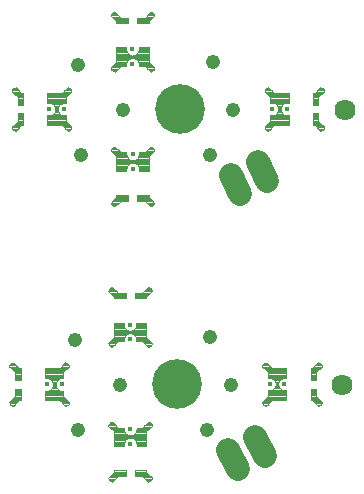
<source format=gts>
G75*
G70*
%OFA0B0*%
%FSLAX24Y24*%
%IPPOS*%
%LPD*%
%AMOC8*
5,1,8,0,0,1.08239X$1,22.5*
%
%ADD10C,0.1655*%
%ADD11C,0.0705*%
%ADD12C,0.0173*%
%ADD13C,0.0040*%
%ADD14C,0.0789*%
%ADD15C,0.0476*%
D10*
X007758Y005517D03*
X007837Y014690D03*
D11*
X013337Y014653D03*
X013259Y005480D03*
D12*
X011325Y005521D03*
X010829Y005521D03*
X006187Y004021D03*
X006187Y003525D03*
X003900Y005513D03*
X003404Y005513D03*
X006179Y007013D03*
X006179Y007509D03*
X006266Y012698D03*
X006266Y013194D03*
X003978Y014686D03*
X003482Y014686D03*
X006258Y016186D03*
X006258Y016682D03*
X010908Y014694D03*
X011404Y014694D03*
D13*
X011325Y014502D02*
X010986Y014502D01*
X010998Y014506D02*
X011038Y014531D01*
X011071Y014564D01*
X011096Y014604D01*
X011111Y014648D01*
X011116Y014694D01*
X011111Y014741D01*
X011096Y014785D01*
X011071Y014824D01*
X011038Y014857D01*
X010998Y014882D01*
X010954Y014898D01*
X010908Y014903D01*
X010856Y014903D01*
X010856Y015088D01*
X010660Y015285D01*
X010666Y015317D01*
X010680Y015347D01*
X010701Y015373D01*
X010727Y015394D01*
X010757Y015408D01*
X010789Y015415D01*
X010974Y015230D01*
X011471Y015230D01*
X011471Y014903D01*
X011404Y014903D01*
X011357Y014898D01*
X011313Y014882D01*
X011274Y014857D01*
X011240Y014824D01*
X011216Y014785D01*
X011200Y014741D01*
X011195Y014694D01*
X011116Y014694D01*
X011195Y014694D01*
X011200Y014648D01*
X011216Y014604D01*
X011240Y014564D01*
X011274Y014531D01*
X011313Y014506D01*
X011357Y014491D01*
X011404Y014486D01*
X011471Y014486D01*
X011471Y014151D01*
X010978Y014151D01*
X010789Y013962D01*
X010758Y013970D01*
X010728Y013985D01*
X010703Y014005D01*
X010682Y014031D01*
X010668Y014060D01*
X010660Y014092D01*
X010856Y014289D01*
X010856Y014486D01*
X010908Y014486D01*
X010954Y014491D01*
X010998Y014506D01*
X011047Y014541D02*
X011264Y014541D01*
X011231Y014579D02*
X011080Y014579D01*
X011100Y014618D02*
X011211Y014618D01*
X011199Y014656D02*
X011112Y014656D01*
X011116Y014695D02*
X011195Y014695D01*
X011199Y014733D02*
X011112Y014733D01*
X011100Y014772D02*
X011211Y014772D01*
X011232Y014810D02*
X011080Y014810D01*
X011046Y014849D02*
X011265Y014849D01*
X011327Y014887D02*
X010984Y014887D01*
X010856Y014926D02*
X011471Y014926D01*
X011471Y014964D02*
X010856Y014964D01*
X010856Y015003D02*
X011471Y015003D01*
X011471Y015041D02*
X010856Y015041D01*
X010856Y015080D02*
X011471Y015080D01*
X011471Y015118D02*
X010826Y015118D01*
X010788Y015157D02*
X011471Y015157D01*
X011471Y015195D02*
X010749Y015195D01*
X010711Y015234D02*
X010970Y015234D01*
X010932Y015272D02*
X010672Y015272D01*
X010665Y015311D02*
X010893Y015311D01*
X010855Y015349D02*
X010682Y015349D01*
X010719Y015388D02*
X010816Y015388D01*
X010856Y014464D02*
X011471Y014464D01*
X011471Y014425D02*
X010856Y014425D01*
X010856Y014387D02*
X011471Y014387D01*
X011471Y014348D02*
X010856Y014348D01*
X010856Y014310D02*
X011471Y014310D01*
X011471Y014271D02*
X010839Y014271D01*
X010800Y014233D02*
X011471Y014233D01*
X011471Y014194D02*
X010762Y014194D01*
X010723Y014156D02*
X011471Y014156D01*
X010945Y014117D02*
X010685Y014117D01*
X010663Y014079D02*
X010906Y014079D01*
X010868Y014040D02*
X010678Y014040D01*
X010707Y014002D02*
X010829Y014002D01*
X010791Y013963D02*
X010785Y013963D01*
X012278Y014151D02*
X012278Y014545D01*
X012459Y014545D01*
X012459Y014293D01*
X012656Y014096D01*
X012649Y014063D01*
X012635Y014033D01*
X012614Y014007D01*
X012588Y013987D01*
X012558Y013973D01*
X012526Y013966D01*
X012341Y014151D01*
X012278Y014151D01*
X012278Y014156D02*
X012596Y014156D01*
X012557Y014194D02*
X012278Y014194D01*
X012278Y014233D02*
X012519Y014233D01*
X012480Y014271D02*
X012278Y014271D01*
X012278Y014310D02*
X012459Y014310D01*
X012459Y014348D02*
X012278Y014348D01*
X012278Y014387D02*
X012459Y014387D01*
X012459Y014425D02*
X012278Y014425D01*
X012278Y014464D02*
X012459Y014464D01*
X012459Y014502D02*
X012278Y014502D01*
X012278Y014541D02*
X012459Y014541D01*
X012459Y014836D02*
X012278Y014836D01*
X012278Y015230D01*
X012337Y015230D01*
X012526Y015419D01*
X012557Y015410D01*
X012587Y015396D01*
X012612Y015375D01*
X012633Y015350D01*
X012648Y015320D01*
X012656Y015289D01*
X012459Y015092D01*
X012459Y014836D01*
X012459Y014849D02*
X012278Y014849D01*
X012278Y014887D02*
X012459Y014887D01*
X012459Y014926D02*
X012278Y014926D01*
X012278Y014964D02*
X012459Y014964D01*
X012459Y015003D02*
X012278Y015003D01*
X012278Y015041D02*
X012459Y015041D01*
X012459Y015080D02*
X012278Y015080D01*
X012278Y015118D02*
X012485Y015118D01*
X012524Y015157D02*
X012278Y015157D01*
X012278Y015195D02*
X012562Y015195D01*
X012601Y015234D02*
X012341Y015234D01*
X012379Y015272D02*
X012639Y015272D01*
X012650Y015311D02*
X012418Y015311D01*
X012456Y015349D02*
X012633Y015349D01*
X012597Y015388D02*
X012495Y015388D01*
X012374Y014117D02*
X012634Y014117D01*
X012652Y014079D02*
X012413Y014079D01*
X012451Y014040D02*
X012638Y014040D01*
X012607Y014002D02*
X012490Y014002D01*
X006986Y013312D02*
X006801Y013127D01*
X006801Y012631D01*
X006474Y012631D01*
X006474Y012698D01*
X006469Y012745D01*
X006454Y012789D01*
X006429Y012828D01*
X006396Y012861D01*
X006356Y012886D01*
X006312Y012902D01*
X006266Y012907D01*
X006266Y012986D01*
X006312Y012991D01*
X006356Y013006D01*
X006396Y013031D01*
X006429Y013064D01*
X006454Y013104D01*
X006469Y013148D01*
X006474Y013194D01*
X006474Y013245D01*
X006660Y013245D01*
X006856Y013442D01*
X006889Y013435D01*
X006919Y013421D01*
X006945Y013401D01*
X006966Y013375D01*
X006980Y013345D01*
X006986Y013312D01*
X006983Y013309D02*
X006723Y013309D01*
X006761Y013347D02*
X006979Y013347D01*
X006957Y013386D02*
X006800Y013386D01*
X006838Y013424D02*
X006913Y013424D01*
X006944Y013270D02*
X006684Y013270D01*
X006829Y013155D02*
X006470Y013155D01*
X006474Y013193D02*
X006867Y013193D01*
X006906Y013232D02*
X006474Y013232D01*
X006458Y013116D02*
X006801Y013116D01*
X006801Y013078D02*
X006437Y013078D01*
X006404Y013039D02*
X006801Y013039D01*
X006801Y013001D02*
X006340Y013001D01*
X006266Y012986D02*
X006266Y012907D01*
X006219Y012902D01*
X006175Y012886D01*
X006136Y012861D01*
X006103Y012828D01*
X006078Y012789D01*
X006062Y012745D01*
X006057Y012698D01*
X006057Y012631D01*
X005723Y012631D01*
X005723Y013123D01*
X005534Y013312D01*
X005542Y013344D01*
X005556Y013373D01*
X005577Y013399D01*
X005602Y013419D01*
X005632Y013434D01*
X005663Y013442D01*
X005860Y013245D01*
X006057Y013245D01*
X006057Y013194D01*
X006062Y013148D01*
X006078Y013104D01*
X006103Y013064D01*
X006136Y013031D01*
X006175Y013006D01*
X006219Y012991D01*
X006266Y012986D01*
X006266Y012962D02*
X006801Y012962D01*
X006801Y012924D02*
X006266Y012924D01*
X005723Y012924D01*
X005723Y012962D02*
X006266Y012962D01*
X006191Y013001D02*
X005723Y013001D01*
X005723Y013039D02*
X006128Y013039D01*
X006094Y013078D02*
X005723Y013078D01*
X005723Y013116D02*
X006073Y013116D01*
X006062Y013155D02*
X005691Y013155D01*
X005653Y013193D02*
X006057Y013193D01*
X006057Y013232D02*
X005614Y013232D01*
X005576Y013270D02*
X005836Y013270D01*
X005797Y013309D02*
X005537Y013309D01*
X005543Y013347D02*
X005759Y013347D01*
X005720Y013386D02*
X005566Y013386D01*
X005612Y013424D02*
X005682Y013424D01*
X005723Y012885D02*
X006174Y012885D01*
X006121Y012847D02*
X005723Y012847D01*
X005723Y012808D02*
X006090Y012808D01*
X006071Y012770D02*
X005723Y012770D01*
X005723Y012731D02*
X006061Y012731D01*
X006057Y012693D02*
X005723Y012693D01*
X005723Y012654D02*
X006057Y012654D01*
X006358Y012885D02*
X006801Y012885D01*
X006801Y012847D02*
X006411Y012847D01*
X006442Y012808D02*
X006801Y012808D01*
X006801Y012770D02*
X006460Y012770D01*
X006471Y012731D02*
X006801Y012731D01*
X006801Y012693D02*
X006474Y012693D01*
X006474Y012654D02*
X006801Y012654D01*
X006801Y011824D02*
X006408Y011824D01*
X006408Y011643D01*
X006663Y011643D01*
X006860Y011446D01*
X006892Y011454D01*
X006921Y011469D01*
X006947Y011489D01*
X006967Y011515D01*
X006982Y011544D01*
X006990Y011576D01*
X006730Y011576D01*
X006692Y011615D02*
X006952Y011615D01*
X006913Y011653D02*
X006408Y011653D01*
X006408Y011692D02*
X006875Y011692D01*
X006836Y011730D02*
X006408Y011730D01*
X006408Y011769D02*
X006801Y011769D01*
X006801Y011765D02*
X006990Y011576D01*
X006979Y011538D02*
X006769Y011538D01*
X006807Y011499D02*
X006955Y011499D01*
X006905Y011461D02*
X006846Y011461D01*
X006801Y011765D02*
X006801Y011824D01*
X006801Y011807D02*
X006408Y011807D01*
X006116Y011807D02*
X005723Y011807D01*
X005723Y011824D02*
X006116Y011824D01*
X006116Y011643D01*
X005864Y011643D01*
X005667Y011446D01*
X005635Y011453D01*
X005605Y011467D01*
X005579Y011487D01*
X005558Y011513D01*
X005544Y011544D01*
X005537Y011576D01*
X005723Y011761D01*
X005723Y011824D01*
X005723Y011769D02*
X006116Y011769D01*
X006116Y011730D02*
X005691Y011730D01*
X005653Y011692D02*
X006116Y011692D01*
X006116Y011653D02*
X005614Y011653D01*
X005576Y011615D02*
X005836Y011615D01*
X005797Y011576D02*
X005537Y011576D01*
X005547Y011538D02*
X005759Y011538D01*
X005720Y011499D02*
X005570Y011499D01*
X005618Y011461D02*
X005682Y011461D01*
X004159Y013987D02*
X004129Y013973D01*
X004097Y013966D01*
X003911Y014151D01*
X003415Y014151D01*
X003415Y014478D01*
X003482Y014478D01*
X003529Y014483D01*
X003573Y014498D01*
X003612Y014523D01*
X003646Y014556D01*
X003670Y014596D01*
X003686Y014640D01*
X003691Y014686D01*
X003770Y014686D01*
X003775Y014640D01*
X003790Y014596D01*
X003815Y014556D01*
X003848Y014523D01*
X003888Y014498D01*
X003932Y014483D01*
X003978Y014478D01*
X004030Y014478D01*
X004030Y014293D01*
X004226Y014096D01*
X004220Y014063D01*
X004206Y014033D01*
X004185Y014007D01*
X004159Y013987D01*
X004178Y014002D02*
X004061Y014002D01*
X004022Y014040D02*
X004209Y014040D01*
X004223Y014079D02*
X003984Y014079D01*
X003945Y014117D02*
X004205Y014117D01*
X004167Y014156D02*
X003415Y014156D01*
X003415Y014194D02*
X004128Y014194D01*
X004090Y014233D02*
X003415Y014233D01*
X003415Y014271D02*
X004051Y014271D01*
X004030Y014310D02*
X003415Y014310D01*
X003415Y014348D02*
X004030Y014348D01*
X004030Y014387D02*
X003415Y014387D01*
X003415Y014425D02*
X004030Y014425D01*
X004030Y014464D02*
X003415Y014464D01*
X003579Y014502D02*
X003882Y014502D01*
X003831Y014541D02*
X003630Y014541D01*
X003660Y014579D02*
X003801Y014579D01*
X003783Y014618D02*
X003678Y014618D01*
X003688Y014656D02*
X003773Y014656D01*
X003770Y014686D02*
X003691Y014686D01*
X003686Y014733D01*
X003670Y014777D01*
X003646Y014816D01*
X003612Y014849D01*
X003573Y014874D01*
X003529Y014890D01*
X003482Y014895D01*
X003415Y014895D01*
X003415Y015230D01*
X003908Y015230D01*
X004097Y015419D01*
X004128Y015410D01*
X004158Y015396D01*
X004183Y015375D01*
X004204Y015350D01*
X004218Y015320D01*
X004226Y015289D01*
X004030Y015092D01*
X004030Y014895D01*
X003978Y014895D01*
X003932Y014890D01*
X003888Y014874D01*
X003848Y014849D01*
X003815Y014816D01*
X003790Y014777D01*
X003775Y014733D01*
X003686Y014733D01*
X003690Y014695D02*
X003771Y014695D01*
X003770Y014686D02*
X003775Y014733D01*
X003789Y014772D02*
X003672Y014772D01*
X003649Y014810D02*
X003811Y014810D01*
X003847Y014849D02*
X003613Y014849D01*
X003536Y014887D02*
X003924Y014887D01*
X004030Y014926D02*
X003415Y014926D01*
X003415Y014964D02*
X004030Y014964D01*
X004030Y015003D02*
X003415Y015003D01*
X003415Y015041D02*
X004030Y015041D01*
X004030Y015080D02*
X003415Y015080D01*
X003415Y015118D02*
X004056Y015118D01*
X004094Y015157D02*
X003415Y015157D01*
X003415Y015195D02*
X004133Y015195D01*
X004171Y015234D02*
X003912Y015234D01*
X003950Y015272D02*
X004210Y015272D01*
X004221Y015311D02*
X003989Y015311D01*
X004027Y015349D02*
X004204Y015349D01*
X004168Y015388D02*
X004066Y015388D01*
X002608Y015230D02*
X002608Y014836D01*
X002427Y014836D01*
X002427Y015088D01*
X002230Y015285D01*
X002237Y015317D01*
X002251Y015347D01*
X002272Y015373D01*
X002298Y015394D01*
X002328Y015408D01*
X002360Y015415D01*
X002545Y015230D01*
X002608Y015230D01*
X002608Y015195D02*
X002320Y015195D01*
X002359Y015157D02*
X002608Y015157D01*
X002608Y015118D02*
X002397Y015118D01*
X002427Y015080D02*
X002608Y015080D01*
X002608Y015041D02*
X002427Y015041D01*
X002427Y015003D02*
X002608Y015003D01*
X002608Y014964D02*
X002427Y014964D01*
X002427Y014926D02*
X002608Y014926D01*
X002608Y014887D02*
X002427Y014887D01*
X002427Y014849D02*
X002608Y014849D01*
X002541Y015234D02*
X002282Y015234D01*
X002243Y015272D02*
X002503Y015272D01*
X002464Y015311D02*
X002236Y015311D01*
X002253Y015349D02*
X002426Y015349D01*
X002387Y015388D02*
X002290Y015388D01*
X002427Y014545D02*
X002427Y014289D01*
X002230Y014092D01*
X002238Y014060D01*
X002253Y014031D01*
X002274Y014005D01*
X002299Y013985D01*
X002329Y013970D01*
X002360Y013962D01*
X002549Y014151D01*
X002608Y014151D01*
X002608Y014545D01*
X002427Y014545D01*
X002427Y014541D02*
X002608Y014541D01*
X002608Y014502D02*
X002427Y014502D01*
X002427Y014464D02*
X002608Y014464D01*
X002608Y014425D02*
X002427Y014425D01*
X002427Y014387D02*
X002608Y014387D01*
X002608Y014348D02*
X002427Y014348D01*
X002427Y014310D02*
X002608Y014310D01*
X002608Y014271D02*
X002410Y014271D01*
X002371Y014233D02*
X002608Y014233D01*
X002608Y014194D02*
X002333Y014194D01*
X002294Y014156D02*
X002608Y014156D01*
X002516Y014117D02*
X002256Y014117D01*
X002234Y014079D02*
X002477Y014079D01*
X002439Y014040D02*
X002248Y014040D01*
X002278Y014002D02*
X002400Y014002D01*
X002362Y013963D02*
X002356Y013963D01*
X005558Y016006D02*
X005544Y016036D01*
X005537Y016068D01*
X005723Y016253D01*
X005723Y016749D01*
X006049Y016749D01*
X006049Y016682D01*
X006055Y016636D01*
X006070Y016592D01*
X006095Y016552D01*
X006128Y016519D01*
X006167Y016494D01*
X006212Y016479D01*
X006258Y016474D01*
X006258Y016395D01*
X006212Y016390D01*
X006167Y016374D01*
X006128Y016349D01*
X006095Y016316D01*
X006070Y016277D01*
X006055Y016233D01*
X006049Y016186D01*
X006049Y016135D01*
X005864Y016135D01*
X005667Y015938D01*
X005635Y015945D01*
X005605Y015959D01*
X005579Y015980D01*
X005558Y016006D01*
X005560Y016004D02*
X005733Y016004D01*
X005771Y016042D02*
X005543Y016042D01*
X005550Y016081D02*
X005810Y016081D01*
X005848Y016119D02*
X005588Y016119D01*
X005627Y016158D02*
X006049Y016158D01*
X006050Y016196D02*
X005665Y016196D01*
X005704Y016235D02*
X006055Y016235D01*
X006069Y016273D02*
X005723Y016273D01*
X005723Y016312D02*
X006092Y016312D01*
X006129Y016350D02*
X005723Y016350D01*
X005723Y016389D02*
X006208Y016389D01*
X006258Y016395D02*
X006258Y016474D01*
X006304Y016479D01*
X006348Y016494D01*
X006388Y016519D01*
X006421Y016552D01*
X006446Y016592D01*
X006461Y016636D01*
X006467Y016682D01*
X006467Y016749D01*
X006801Y016749D01*
X006801Y016257D01*
X006990Y016068D01*
X006982Y016036D01*
X006967Y016007D01*
X006947Y015982D01*
X006921Y015961D01*
X006892Y015946D01*
X006860Y015938D01*
X006663Y016135D01*
X006467Y016135D01*
X006467Y016186D01*
X006461Y016233D01*
X006446Y016277D01*
X006421Y016316D01*
X006388Y016349D01*
X006348Y016374D01*
X006304Y016390D01*
X006258Y016395D01*
X006258Y016427D02*
X005723Y016427D01*
X005723Y016466D02*
X006258Y016466D01*
X006801Y016466D01*
X006801Y016504D02*
X006364Y016504D01*
X006411Y016543D02*
X006801Y016543D01*
X006801Y016581D02*
X006439Y016581D01*
X006456Y016620D02*
X006801Y016620D01*
X006801Y016658D02*
X006464Y016658D01*
X006467Y016697D02*
X006801Y016697D01*
X006801Y016735D02*
X006467Y016735D01*
X006258Y016427D02*
X006801Y016427D01*
X006801Y016389D02*
X006308Y016389D01*
X006387Y016350D02*
X006801Y016350D01*
X006801Y016312D02*
X006424Y016312D01*
X006447Y016273D02*
X006801Y016273D01*
X006824Y016235D02*
X006461Y016235D01*
X006466Y016196D02*
X006862Y016196D01*
X006901Y016158D02*
X006467Y016158D01*
X006679Y016119D02*
X006939Y016119D01*
X006978Y016081D02*
X006718Y016081D01*
X006756Y016042D02*
X006984Y016042D01*
X006965Y016004D02*
X006795Y016004D01*
X006833Y015965D02*
X006926Y015965D01*
X006152Y016504D02*
X005723Y016504D01*
X005723Y016543D02*
X006104Y016543D01*
X006077Y016581D02*
X005723Y016581D01*
X005723Y016620D02*
X006060Y016620D01*
X006052Y016658D02*
X005723Y016658D01*
X005723Y016697D02*
X006049Y016697D01*
X006049Y016735D02*
X005723Y016735D01*
X005694Y015965D02*
X005597Y015965D01*
X005723Y017556D02*
X005723Y017615D01*
X005534Y017804D01*
X005542Y017836D01*
X005556Y017865D01*
X005577Y017891D01*
X005602Y017912D01*
X005632Y017926D01*
X005663Y017934D01*
X005860Y017737D01*
X006116Y017737D01*
X006116Y017556D01*
X005723Y017556D01*
X005723Y017582D02*
X006116Y017582D01*
X006116Y017621D02*
X005717Y017621D01*
X005679Y017659D02*
X006116Y017659D01*
X006116Y017698D02*
X005640Y017698D01*
X005602Y017736D02*
X006116Y017736D01*
X006408Y017736D02*
X006918Y017736D01*
X006880Y017698D02*
X006408Y017698D01*
X006408Y017659D02*
X006841Y017659D01*
X006803Y017621D02*
X006408Y017621D01*
X006408Y017582D02*
X006801Y017582D01*
X006801Y017556D02*
X006408Y017556D01*
X006408Y017737D01*
X006660Y017737D01*
X006856Y017934D01*
X006889Y017928D01*
X006919Y017914D01*
X006945Y017893D01*
X006966Y017867D01*
X006980Y017837D01*
X006986Y017804D01*
X006801Y017619D01*
X006801Y017556D01*
X006697Y017775D02*
X006957Y017775D01*
X006985Y017813D02*
X006735Y017813D01*
X006774Y017852D02*
X006973Y017852D01*
X006947Y017890D02*
X006812Y017890D01*
X006851Y017929D02*
X006884Y017929D01*
X005823Y017775D02*
X005563Y017775D01*
X005536Y017813D02*
X005785Y017813D01*
X005746Y017852D02*
X005549Y017852D01*
X005576Y017890D02*
X005708Y017890D01*
X005669Y017929D02*
X005641Y017929D01*
X005585Y008761D02*
X005782Y008564D01*
X006037Y008564D01*
X006037Y008383D01*
X005644Y008383D01*
X005644Y008442D01*
X005455Y008631D01*
X005463Y008663D01*
X005478Y008692D01*
X005498Y008718D01*
X005524Y008738D01*
X005553Y008753D01*
X005585Y008761D01*
X005619Y008727D02*
X005510Y008727D01*
X005476Y008689D02*
X005657Y008689D01*
X005696Y008650D02*
X005460Y008650D01*
X005474Y008612D02*
X005734Y008612D01*
X005773Y008573D02*
X005513Y008573D01*
X005551Y008535D02*
X006037Y008535D01*
X006037Y008496D02*
X005590Y008496D01*
X005628Y008458D02*
X006037Y008458D01*
X006037Y008419D02*
X005644Y008419D01*
X006329Y008419D02*
X006723Y008419D01*
X006723Y008446D02*
X006723Y008383D01*
X006329Y008383D01*
X006329Y008564D01*
X006581Y008564D01*
X006778Y008761D01*
X006810Y008754D01*
X006840Y008740D01*
X006866Y008720D01*
X006887Y008694D01*
X006901Y008664D01*
X006908Y008631D01*
X006723Y008446D01*
X006734Y008458D02*
X006329Y008458D01*
X006329Y008496D02*
X006772Y008496D01*
X006811Y008535D02*
X006329Y008535D01*
X006590Y008573D02*
X006849Y008573D01*
X006888Y008612D02*
X006628Y008612D01*
X006667Y008650D02*
X006904Y008650D01*
X006889Y008689D02*
X006705Y008689D01*
X006744Y008727D02*
X006857Y008727D01*
X006723Y007576D02*
X006388Y007576D01*
X006388Y007509D01*
X006383Y007463D01*
X006367Y007419D01*
X006342Y007379D01*
X006309Y007346D01*
X006270Y007321D01*
X006226Y007306D01*
X006179Y007300D01*
X006179Y007222D01*
X006133Y007217D01*
X006089Y007201D01*
X006049Y007176D01*
X006016Y007143D01*
X005991Y007104D01*
X005976Y007060D01*
X005971Y007013D01*
X005971Y006962D01*
X005786Y006962D01*
X005589Y006765D01*
X005556Y006772D01*
X005526Y006786D01*
X005500Y006806D01*
X005479Y006832D01*
X005465Y006862D01*
X005459Y006895D01*
X005644Y007080D01*
X005644Y007576D01*
X005971Y007576D01*
X005971Y007509D01*
X005976Y007463D01*
X005991Y007419D01*
X006016Y007379D01*
X006049Y007346D01*
X006089Y007321D01*
X006133Y007306D01*
X006179Y007300D01*
X006179Y007222D01*
X006226Y007217D01*
X006270Y007201D01*
X006309Y007176D01*
X006342Y007143D01*
X006367Y007104D01*
X006383Y007060D01*
X006388Y007013D01*
X006388Y006962D01*
X006585Y006962D01*
X006782Y006765D01*
X006813Y006773D01*
X006843Y006788D01*
X006868Y006808D01*
X006889Y006834D01*
X006903Y006863D01*
X006911Y006895D01*
X006723Y007084D01*
X006723Y007576D01*
X006723Y007572D02*
X006388Y007572D01*
X006388Y007534D02*
X006723Y007534D01*
X006723Y007495D02*
X006386Y007495D01*
X006380Y007457D02*
X006723Y007457D01*
X006723Y007418D02*
X006367Y007418D01*
X006343Y007380D02*
X006723Y007380D01*
X006723Y007341D02*
X006301Y007341D01*
X006198Y007303D02*
X006723Y007303D01*
X006723Y007264D02*
X006179Y007264D01*
X005644Y007264D01*
X005644Y007226D02*
X006179Y007226D01*
X006723Y007226D01*
X006723Y007187D02*
X006292Y007187D01*
X006337Y007149D02*
X006723Y007149D01*
X006723Y007110D02*
X006363Y007110D01*
X006378Y007072D02*
X006735Y007072D01*
X006773Y007033D02*
X006386Y007033D01*
X006388Y006995D02*
X006812Y006995D01*
X006850Y006956D02*
X006591Y006956D01*
X006629Y006918D02*
X006889Y006918D01*
X006907Y006879D02*
X006668Y006879D01*
X006706Y006841D02*
X006892Y006841D01*
X006860Y006802D02*
X006745Y006802D01*
X006161Y007303D02*
X005644Y007303D01*
X005644Y007341D02*
X006057Y007341D01*
X006016Y007380D02*
X005644Y007380D01*
X005644Y007418D02*
X005992Y007418D01*
X005978Y007457D02*
X005644Y007457D01*
X005644Y007495D02*
X005972Y007495D01*
X005971Y007534D02*
X005644Y007534D01*
X005644Y007572D02*
X005971Y007572D01*
X006066Y007187D02*
X005644Y007187D01*
X005644Y007149D02*
X006021Y007149D01*
X005995Y007110D02*
X005644Y007110D01*
X005635Y007072D02*
X005980Y007072D01*
X005973Y007033D02*
X005597Y007033D01*
X005558Y006995D02*
X005971Y006995D01*
X005780Y006956D02*
X005520Y006956D01*
X005481Y006918D02*
X005741Y006918D01*
X005703Y006879D02*
X005462Y006879D01*
X005476Y006841D02*
X005664Y006841D01*
X005626Y006802D02*
X005506Y006802D01*
X004140Y006147D02*
X004148Y006115D01*
X003951Y005919D01*
X003951Y005722D01*
X003900Y005722D01*
X003853Y005717D01*
X003809Y005701D01*
X003770Y005676D01*
X003737Y005643D01*
X003712Y005604D01*
X003696Y005560D01*
X003691Y005513D01*
X003696Y005467D01*
X003712Y005423D01*
X003737Y005383D01*
X003770Y005350D01*
X003809Y005325D01*
X003853Y005310D01*
X003900Y005304D01*
X003951Y005304D01*
X003951Y005119D01*
X004148Y004923D01*
X004141Y004890D01*
X004127Y004860D01*
X004106Y004834D01*
X004080Y004813D01*
X004050Y004799D01*
X004018Y004793D01*
X003833Y004978D01*
X003337Y004978D01*
X003337Y005304D01*
X003404Y005304D01*
X003450Y005310D01*
X003494Y005325D01*
X003534Y005350D01*
X003567Y005383D01*
X003592Y005423D01*
X003607Y005467D01*
X003612Y005513D01*
X003691Y005513D01*
X003612Y005513D01*
X003607Y005560D01*
X003592Y005604D01*
X003567Y005643D01*
X003534Y005676D01*
X003494Y005701D01*
X003450Y005717D01*
X003404Y005722D01*
X003337Y005722D01*
X003337Y006056D01*
X003829Y006056D01*
X004018Y006245D01*
X004050Y006237D01*
X004079Y006223D01*
X004104Y006202D01*
X004125Y006177D01*
X004140Y006147D01*
X004139Y006148D02*
X003920Y006148D01*
X003958Y006186D02*
X004117Y006186D01*
X004075Y006225D02*
X003997Y006225D01*
X003881Y006109D02*
X004141Y006109D01*
X004103Y006071D02*
X003843Y006071D01*
X003987Y005955D02*
X003337Y005955D01*
X003337Y005917D02*
X003951Y005917D01*
X003951Y005878D02*
X003337Y005878D01*
X003337Y005840D02*
X003951Y005840D01*
X003951Y005801D02*
X003337Y005801D01*
X003337Y005763D02*
X003951Y005763D01*
X003951Y005724D02*
X003337Y005724D01*
X003519Y005686D02*
X003784Y005686D01*
X003740Y005647D02*
X003563Y005647D01*
X003589Y005609D02*
X003715Y005609D01*
X003700Y005570D02*
X003603Y005570D01*
X003610Y005532D02*
X003693Y005532D01*
X003693Y005493D02*
X003610Y005493D01*
X003603Y005455D02*
X003700Y005455D01*
X003716Y005416D02*
X003588Y005416D01*
X003561Y005378D02*
X003742Y005378D01*
X003787Y005339D02*
X003516Y005339D01*
X003337Y005301D02*
X003951Y005301D01*
X003951Y005262D02*
X003337Y005262D01*
X003337Y005224D02*
X003951Y005224D01*
X003951Y005185D02*
X003337Y005185D01*
X003337Y005147D02*
X003951Y005147D01*
X003962Y005108D02*
X003337Y005108D01*
X003337Y005070D02*
X004001Y005070D01*
X004039Y005031D02*
X003337Y005031D01*
X003337Y004993D02*
X004078Y004993D01*
X004116Y004954D02*
X003856Y004954D01*
X003895Y004916D02*
X004146Y004916D01*
X004135Y004877D02*
X003933Y004877D01*
X003972Y004839D02*
X004110Y004839D01*
X004052Y004800D02*
X004010Y004800D01*
X004026Y005994D02*
X003337Y005994D01*
X003337Y006032D02*
X004064Y006032D01*
X002530Y006032D02*
X002231Y006032D01*
X002193Y006071D02*
X002452Y006071D01*
X002467Y006056D02*
X002530Y006056D01*
X002530Y005663D01*
X002349Y005663D01*
X002349Y005915D01*
X002152Y006111D01*
X002158Y006144D01*
X002172Y006174D01*
X002193Y006200D01*
X002219Y006221D01*
X002249Y006235D01*
X002282Y006241D01*
X002467Y006056D01*
X002414Y006109D02*
X002154Y006109D01*
X002160Y006148D02*
X002375Y006148D01*
X002337Y006186D02*
X002182Y006186D01*
X002227Y006225D02*
X002298Y006225D01*
X002270Y005994D02*
X002530Y005994D01*
X002530Y005955D02*
X002308Y005955D01*
X002347Y005917D02*
X002530Y005917D01*
X002530Y005878D02*
X002349Y005878D01*
X002349Y005840D02*
X002530Y005840D01*
X002530Y005801D02*
X002349Y005801D01*
X002349Y005763D02*
X002530Y005763D01*
X002530Y005724D02*
X002349Y005724D01*
X002349Y005686D02*
X002530Y005686D01*
X002530Y005371D02*
X002349Y005371D01*
X002349Y005115D01*
X002152Y004919D01*
X002160Y004887D01*
X002174Y004857D01*
X002195Y004832D01*
X002220Y004811D01*
X002250Y004797D01*
X002282Y004789D01*
X002471Y004978D01*
X002530Y004978D01*
X002530Y005371D01*
X002530Y005339D02*
X002349Y005339D01*
X002349Y005301D02*
X002530Y005301D01*
X002530Y005262D02*
X002349Y005262D01*
X002349Y005224D02*
X002530Y005224D01*
X002530Y005185D02*
X002349Y005185D01*
X002349Y005147D02*
X002530Y005147D01*
X002530Y005108D02*
X002341Y005108D01*
X002303Y005070D02*
X002530Y005070D01*
X002530Y005031D02*
X002264Y005031D01*
X002226Y004993D02*
X002530Y004993D01*
X002447Y004954D02*
X002187Y004954D01*
X002152Y004916D02*
X002408Y004916D01*
X002370Y004877D02*
X002165Y004877D01*
X002190Y004839D02*
X002331Y004839D01*
X002293Y004800D02*
X002243Y004800D01*
X005455Y004139D02*
X005463Y004171D01*
X005478Y004200D01*
X005498Y004226D01*
X005524Y004246D01*
X005553Y004261D01*
X005585Y004269D01*
X005782Y004072D01*
X005978Y004072D01*
X005978Y004021D01*
X005984Y003975D01*
X005999Y003930D01*
X006024Y003891D01*
X006057Y003858D01*
X006097Y003833D01*
X006141Y003818D01*
X006187Y003812D01*
X006234Y003818D01*
X006278Y003833D01*
X006317Y003858D01*
X006350Y003891D01*
X006375Y003930D01*
X006391Y003975D01*
X006396Y004021D01*
X006396Y004072D01*
X006581Y004072D01*
X006778Y004269D01*
X006810Y004262D01*
X006840Y004248D01*
X006866Y004228D01*
X006887Y004202D01*
X006901Y004172D01*
X006908Y004139D01*
X006723Y003954D01*
X006723Y003458D01*
X006396Y003458D01*
X006396Y003525D01*
X006391Y003571D01*
X006375Y003615D01*
X006350Y003655D01*
X006317Y003688D01*
X006278Y003713D01*
X006234Y003728D01*
X006187Y003734D01*
X006187Y003812D01*
X006187Y003734D01*
X006141Y003728D01*
X006097Y003713D01*
X006057Y003688D01*
X006024Y003655D01*
X005999Y003615D01*
X005984Y003571D01*
X005978Y003525D01*
X005978Y003458D01*
X005644Y003458D01*
X005644Y003950D01*
X005455Y004139D01*
X005456Y004146D02*
X005708Y004146D01*
X005670Y004184D02*
X005469Y004184D01*
X005496Y004223D02*
X005631Y004223D01*
X005593Y004261D02*
X005553Y004261D01*
X005487Y004107D02*
X005747Y004107D01*
X005602Y003992D02*
X005982Y003992D01*
X005978Y004030D02*
X005564Y004030D01*
X005525Y004069D02*
X005978Y004069D01*
X005991Y003953D02*
X005641Y003953D01*
X005644Y003915D02*
X006009Y003915D01*
X006039Y003876D02*
X005644Y003876D01*
X005644Y003838D02*
X006089Y003838D01*
X006187Y003799D02*
X006723Y003799D01*
X006723Y003761D02*
X006187Y003761D01*
X005644Y003761D01*
X005644Y003799D02*
X006187Y003799D01*
X006123Y003722D02*
X005644Y003722D01*
X005644Y003684D02*
X006052Y003684D01*
X006018Y003645D02*
X005644Y003645D01*
X005644Y003607D02*
X005996Y003607D01*
X005983Y003568D02*
X005644Y003568D01*
X005644Y003530D02*
X005979Y003530D01*
X005978Y003491D02*
X005644Y003491D01*
X006251Y003722D02*
X006723Y003722D01*
X006723Y003684D02*
X006322Y003684D01*
X006356Y003645D02*
X006723Y003645D01*
X006723Y003607D02*
X006378Y003607D01*
X006391Y003568D02*
X006723Y003568D01*
X006723Y003530D02*
X006395Y003530D01*
X006396Y003491D02*
X006723Y003491D01*
X006723Y003838D02*
X006285Y003838D01*
X006335Y003876D02*
X006723Y003876D01*
X006723Y003915D02*
X006365Y003915D01*
X006383Y003953D02*
X006723Y003953D01*
X006760Y003992D02*
X006392Y003992D01*
X006396Y004030D02*
X006799Y004030D01*
X006837Y004069D02*
X006396Y004069D01*
X006616Y004107D02*
X006876Y004107D01*
X006906Y004146D02*
X006654Y004146D01*
X006693Y004184D02*
X006895Y004184D01*
X006870Y004223D02*
X006731Y004223D01*
X006770Y004261D02*
X006813Y004261D01*
X006723Y002651D02*
X006329Y002651D01*
X006329Y002470D01*
X006585Y002470D01*
X006782Y002273D01*
X006813Y002281D01*
X006843Y002296D01*
X006868Y002316D01*
X006889Y002342D01*
X006903Y002371D01*
X006911Y002403D01*
X006723Y002592D01*
X006723Y002651D01*
X006723Y002644D02*
X006329Y002644D01*
X006329Y002606D02*
X006723Y002606D01*
X006747Y002567D02*
X006329Y002567D01*
X006329Y002529D02*
X006786Y002529D01*
X006824Y002490D02*
X006329Y002490D01*
X006603Y002452D02*
X006863Y002452D01*
X006901Y002413D02*
X006641Y002413D01*
X006680Y002375D02*
X006904Y002375D01*
X006884Y002336D02*
X006718Y002336D01*
X006757Y002298D02*
X006845Y002298D01*
X006037Y002470D02*
X005786Y002470D01*
X005589Y002273D01*
X005556Y002280D01*
X005526Y002294D01*
X005500Y002314D01*
X005479Y002340D01*
X005465Y002370D01*
X005459Y002403D01*
X005644Y002588D01*
X005644Y002651D01*
X006037Y002651D01*
X006037Y002470D01*
X006037Y002490D02*
X005546Y002490D01*
X005584Y002529D02*
X006037Y002529D01*
X006037Y002567D02*
X005623Y002567D01*
X005644Y002606D02*
X006037Y002606D01*
X006037Y002644D02*
X005644Y002644D01*
X005767Y002452D02*
X005507Y002452D01*
X005469Y002413D02*
X005729Y002413D01*
X005690Y002375D02*
X005465Y002375D01*
X005483Y002336D02*
X005652Y002336D01*
X005613Y002298D02*
X005521Y002298D01*
X010604Y004857D02*
X010589Y004887D01*
X010581Y004919D01*
X010778Y005115D01*
X010778Y005312D01*
X010829Y005312D01*
X010875Y005318D01*
X010919Y005333D01*
X010959Y005358D01*
X010992Y005391D01*
X011017Y005430D01*
X011032Y005475D01*
X011037Y005521D01*
X011032Y005567D01*
X011017Y005611D01*
X010992Y005651D01*
X010959Y005684D01*
X010919Y005709D01*
X010875Y005724D01*
X010829Y005730D01*
X010778Y005730D01*
X010778Y005915D01*
X010581Y006111D01*
X010588Y006144D01*
X010602Y006174D01*
X010622Y006200D01*
X010648Y006221D01*
X010678Y006235D01*
X010711Y006241D01*
X010896Y006056D01*
X011392Y006056D01*
X011392Y005730D01*
X011325Y005730D01*
X011278Y005724D01*
X011277Y005724D02*
X010876Y005724D01*
X010957Y005686D02*
X011197Y005686D01*
X011195Y005684D02*
X011162Y005651D01*
X011137Y005611D01*
X011121Y005567D01*
X011116Y005521D01*
X011037Y005521D01*
X011116Y005521D01*
X011121Y005475D01*
X011137Y005430D01*
X011162Y005391D01*
X011195Y005358D01*
X011234Y005333D01*
X011278Y005318D01*
X011325Y005312D01*
X011392Y005312D01*
X011392Y004978D01*
X010900Y004978D01*
X010711Y004789D01*
X010679Y004797D01*
X010650Y004811D01*
X010624Y004832D01*
X010604Y004857D01*
X010594Y004877D02*
X010799Y004877D01*
X010761Y004839D02*
X010619Y004839D01*
X010672Y004800D02*
X010722Y004800D01*
X010838Y004916D02*
X010582Y004916D01*
X010616Y004954D02*
X010876Y004954D01*
X010732Y005070D02*
X011392Y005070D01*
X011392Y005108D02*
X010770Y005108D01*
X010778Y005147D02*
X011392Y005147D01*
X011392Y005185D02*
X010778Y005185D01*
X010778Y005224D02*
X011392Y005224D01*
X011392Y005262D02*
X010778Y005262D01*
X010778Y005301D02*
X011392Y005301D01*
X011225Y005339D02*
X010929Y005339D01*
X010979Y005378D02*
X011175Y005378D01*
X011146Y005416D02*
X011008Y005416D01*
X011025Y005455D02*
X011128Y005455D01*
X011119Y005493D02*
X011034Y005493D01*
X011036Y005532D02*
X011117Y005532D01*
X011122Y005570D02*
X011031Y005570D01*
X011018Y005609D02*
X011136Y005609D01*
X011159Y005647D02*
X010994Y005647D01*
X011195Y005684D02*
X011234Y005709D01*
X011278Y005724D01*
X011392Y005763D02*
X010778Y005763D01*
X010778Y005801D02*
X011392Y005801D01*
X011392Y005840D02*
X010778Y005840D01*
X010778Y005878D02*
X011392Y005878D01*
X011392Y005917D02*
X010776Y005917D01*
X010737Y005955D02*
X011392Y005955D01*
X011392Y005994D02*
X010699Y005994D01*
X010660Y006032D02*
X011392Y006032D01*
X010882Y006071D02*
X010622Y006071D01*
X010583Y006109D02*
X010843Y006109D01*
X010805Y006148D02*
X010589Y006148D01*
X010611Y006186D02*
X010766Y006186D01*
X010728Y006225D02*
X010656Y006225D01*
X010693Y005031D02*
X011392Y005031D01*
X011392Y004993D02*
X010655Y004993D01*
X012199Y004993D02*
X012507Y004993D01*
X012468Y005031D02*
X012199Y005031D01*
X012199Y005070D02*
X012430Y005070D01*
X012391Y005108D02*
X012199Y005108D01*
X012199Y005147D02*
X012380Y005147D01*
X012380Y005119D02*
X012577Y004923D01*
X012570Y004890D01*
X012556Y004860D01*
X012536Y004834D01*
X012509Y004813D01*
X012479Y004799D01*
X012447Y004793D01*
X012262Y004978D01*
X012199Y004978D01*
X012199Y005371D01*
X012380Y005371D01*
X012380Y005119D01*
X012380Y005185D02*
X012199Y005185D01*
X012199Y005224D02*
X012380Y005224D01*
X012380Y005262D02*
X012199Y005262D01*
X012199Y005301D02*
X012380Y005301D01*
X012380Y005339D02*
X012199Y005339D01*
X012199Y005663D02*
X012199Y006056D01*
X012258Y006056D01*
X012447Y006245D01*
X012479Y006237D01*
X012508Y006223D01*
X012534Y006202D01*
X012554Y006177D01*
X012569Y006147D01*
X012577Y006115D01*
X012380Y005919D01*
X012380Y005663D01*
X012199Y005663D01*
X012199Y005686D02*
X012380Y005686D01*
X012380Y005724D02*
X012199Y005724D01*
X012199Y005763D02*
X012380Y005763D01*
X012380Y005801D02*
X012199Y005801D01*
X012199Y005840D02*
X012380Y005840D01*
X012380Y005878D02*
X012199Y005878D01*
X012199Y005917D02*
X012380Y005917D01*
X012416Y005955D02*
X012199Y005955D01*
X012199Y005994D02*
X012455Y005994D01*
X012493Y006032D02*
X012199Y006032D01*
X012272Y006071D02*
X012532Y006071D01*
X012570Y006109D02*
X012311Y006109D01*
X012349Y006148D02*
X012569Y006148D01*
X012546Y006186D02*
X012388Y006186D01*
X012426Y006225D02*
X012504Y006225D01*
X012545Y004954D02*
X012285Y004954D01*
X012324Y004916D02*
X012575Y004916D01*
X012564Y004877D02*
X012362Y004877D01*
X012401Y004839D02*
X012539Y004839D01*
X012481Y004800D02*
X012439Y004800D01*
D14*
X010352Y003755D02*
X010663Y003118D01*
X009764Y002679D02*
X009453Y003316D01*
X009843Y011853D02*
X009532Y012490D01*
X010431Y012928D02*
X010741Y012291D01*
D15*
X004459Y003980D03*
X005859Y005480D03*
X004359Y006980D03*
X008759Y003980D03*
X009527Y005480D03*
X008859Y007080D03*
X008837Y013153D03*
X009606Y014653D03*
X008937Y016253D03*
X005937Y014653D03*
X004437Y016153D03*
X004537Y013153D03*
M02*

</source>
